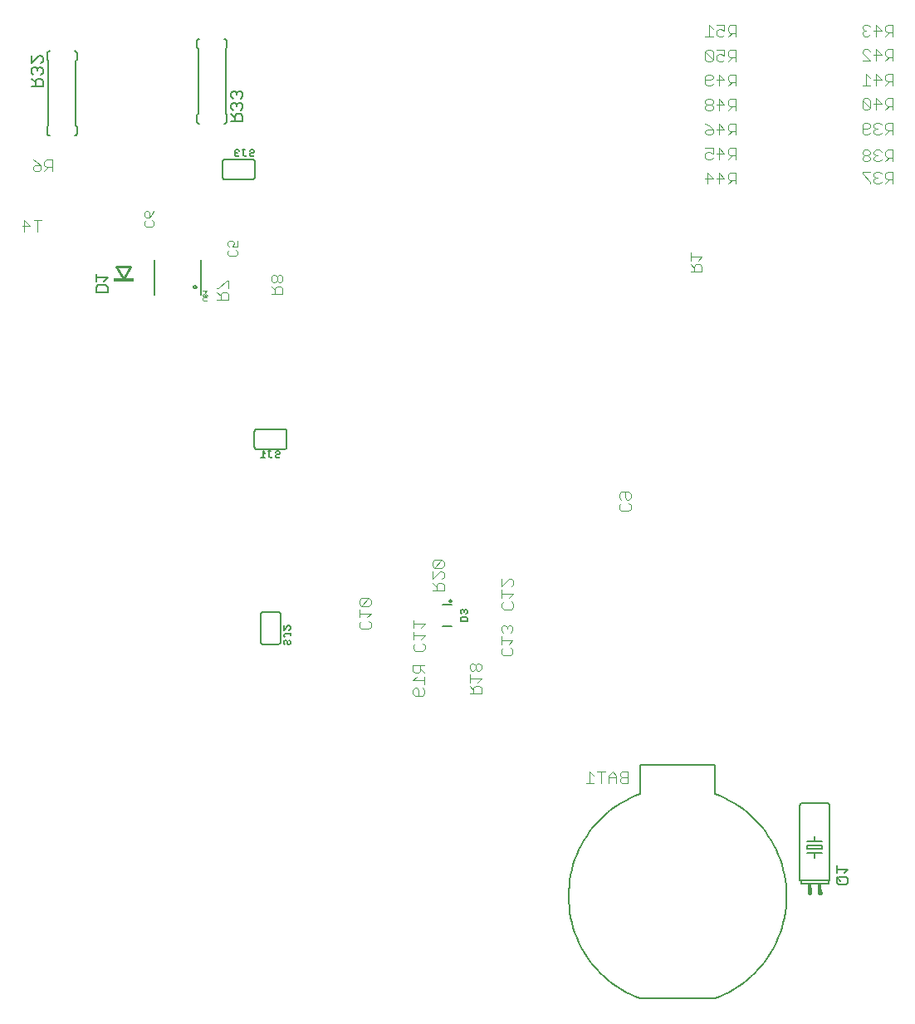
<source format=gbo>
G75*
G70*
%OFA0B0*%
%FSLAX24Y24*%
%IPPOS*%
%LPD*%
%AMOC8*
5,1,8,0,0,1.08239X$1,22.5*
%
%ADD10C,0.0060*%
%ADD11C,0.0160*%
%ADD12R,0.0160X0.0230*%
%ADD13C,0.0050*%
%ADD14C,0.0080*%
%ADD15C,0.0040*%
%ADD16C,0.0010*%
%ADD17C,0.0030*%
%ADD18C,0.0100*%
%ADD19R,0.0827X0.0118*%
D10*
X025680Y031905D02*
X025723Y031862D01*
X025680Y031905D02*
X025680Y031992D01*
X025723Y032035D01*
X025767Y032035D01*
X025810Y031992D01*
X025810Y031905D01*
X025853Y031862D01*
X025897Y031862D01*
X025940Y031905D01*
X025940Y031992D01*
X025897Y032035D01*
X025723Y032157D02*
X025680Y032200D01*
X025680Y032243D01*
X025723Y032287D01*
X025940Y032287D01*
X025940Y032330D02*
X025940Y032243D01*
X025897Y032451D02*
X025940Y032495D01*
X025940Y032581D01*
X025897Y032625D01*
X025853Y032625D01*
X025680Y032451D01*
X025680Y032625D01*
X025481Y039361D02*
X025525Y039404D01*
X025481Y039361D02*
X025395Y039361D01*
X025351Y039404D01*
X025351Y039448D01*
X025395Y039491D01*
X025481Y039491D01*
X025525Y039535D01*
X025525Y039578D01*
X025481Y039621D01*
X025395Y039621D01*
X025351Y039578D01*
X025230Y039404D02*
X025187Y039361D01*
X025143Y039361D01*
X025100Y039404D01*
X025100Y039621D01*
X025143Y039621D02*
X025057Y039621D01*
X024935Y039535D02*
X024849Y039621D01*
X024849Y039361D01*
X024935Y039361D02*
X024762Y039361D01*
X022340Y045897D02*
X022340Y047317D01*
X020480Y047317D02*
X020480Y045897D01*
X023771Y051467D02*
X023858Y051467D01*
X023901Y051511D01*
X023814Y051598D02*
X023771Y051598D01*
X023728Y051554D01*
X023728Y051511D01*
X023771Y051467D01*
X023771Y051598D02*
X023728Y051641D01*
X023728Y051684D01*
X023771Y051728D01*
X023858Y051728D01*
X023901Y051684D01*
X024022Y051728D02*
X024109Y051728D01*
X024066Y051728D02*
X024066Y051511D01*
X024109Y051467D01*
X024152Y051467D01*
X024196Y051511D01*
X024317Y051511D02*
X024360Y051467D01*
X024447Y051467D01*
X024490Y051511D01*
X024447Y051598D02*
X024360Y051598D01*
X024317Y051554D01*
X024317Y051511D01*
X024447Y051598D02*
X024490Y051641D01*
X024490Y051684D01*
X024447Y051728D01*
X024360Y051728D01*
X024317Y051684D01*
X023388Y052881D02*
X023388Y053131D01*
X023338Y053181D01*
X023338Y055781D01*
X023388Y055831D01*
X023388Y056081D01*
X023386Y056098D01*
X023382Y056115D01*
X023375Y056131D01*
X023365Y056145D01*
X023352Y056158D01*
X023338Y056168D01*
X023322Y056175D01*
X023305Y056179D01*
X023288Y056181D01*
X022288Y056181D02*
X022271Y056179D01*
X022254Y056175D01*
X022238Y056168D01*
X022224Y056158D01*
X022211Y056145D01*
X022201Y056131D01*
X022194Y056115D01*
X022190Y056098D01*
X022188Y056081D01*
X022188Y055831D01*
X022238Y055781D01*
X022238Y053181D01*
X022188Y053131D01*
X022188Y052881D01*
X022190Y052864D01*
X022194Y052847D01*
X022201Y052831D01*
X022211Y052817D01*
X022224Y052804D01*
X022238Y052794D01*
X022254Y052787D01*
X022271Y052783D01*
X022288Y052781D01*
X023288Y052781D02*
X023305Y052783D01*
X023322Y052787D01*
X023338Y052794D01*
X023352Y052804D01*
X023365Y052817D01*
X023375Y052831D01*
X023382Y052847D01*
X023386Y052864D01*
X023388Y052881D01*
X017384Y052639D02*
X017384Y052389D01*
X017382Y052372D01*
X017378Y052355D01*
X017371Y052339D01*
X017361Y052325D01*
X017348Y052312D01*
X017334Y052302D01*
X017318Y052295D01*
X017301Y052291D01*
X017284Y052289D01*
X017384Y052639D02*
X017334Y052689D01*
X017334Y055289D01*
X017384Y055339D01*
X017384Y055589D01*
X017382Y055606D01*
X017378Y055623D01*
X017371Y055639D01*
X017361Y055653D01*
X017348Y055666D01*
X017334Y055676D01*
X017318Y055683D01*
X017301Y055687D01*
X017284Y055689D01*
X016284Y055689D02*
X016267Y055687D01*
X016250Y055683D01*
X016234Y055676D01*
X016220Y055666D01*
X016207Y055653D01*
X016197Y055639D01*
X016190Y055623D01*
X016186Y055606D01*
X016184Y055589D01*
X016184Y055339D01*
X016234Y055289D01*
X016234Y052689D01*
X016184Y052639D01*
X016184Y052389D01*
X016186Y052372D01*
X016190Y052355D01*
X016197Y052339D01*
X016207Y052325D01*
X016220Y052312D01*
X016234Y052302D01*
X016250Y052295D01*
X016267Y052291D01*
X016284Y052289D01*
X032826Y033267D02*
X032782Y033224D01*
X032782Y033137D01*
X032826Y033094D01*
X032826Y032972D02*
X032999Y032972D01*
X033043Y032929D01*
X033043Y032799D01*
X032782Y032799D01*
X032782Y032929D01*
X032826Y032972D01*
X032999Y033094D02*
X033043Y033137D01*
X033043Y033224D01*
X032999Y033267D01*
X032956Y033267D01*
X032913Y033224D01*
X032869Y033267D01*
X032826Y033267D01*
X032913Y033224D02*
X032913Y033180D01*
X046400Y025407D02*
X046400Y022407D01*
X046450Y022407D01*
X047550Y022407D01*
X047600Y022407D01*
X047600Y025407D01*
X047598Y025424D01*
X047594Y025441D01*
X047587Y025457D01*
X047577Y025471D01*
X047564Y025484D01*
X047550Y025494D01*
X047534Y025501D01*
X047517Y025505D01*
X047500Y025507D01*
X046500Y025507D01*
X046483Y025505D01*
X046466Y025501D01*
X046450Y025494D01*
X046436Y025484D01*
X046423Y025471D01*
X046413Y025457D01*
X046406Y025441D01*
X046402Y025424D01*
X046400Y025407D01*
X047000Y024157D02*
X047000Y023957D01*
X046700Y023957D01*
X046700Y023807D02*
X047300Y023807D01*
X047300Y023657D01*
X046700Y023657D01*
X046700Y023807D01*
X046700Y023507D02*
X047000Y023507D01*
X047000Y023307D01*
X047000Y023507D02*
X047300Y023507D01*
X047300Y023957D02*
X047000Y023957D01*
X046450Y022407D02*
X046450Y022257D01*
X047550Y022257D01*
X047550Y022407D01*
D11*
X047200Y022007D02*
X047200Y021907D01*
X047220Y021887D01*
X046800Y021907D02*
X046800Y022057D01*
X046800Y021907D02*
X046780Y021887D01*
D12*
X046800Y022122D03*
X047200Y022122D03*
D13*
X047874Y022310D02*
X047949Y022235D01*
X048249Y022235D01*
X048324Y022310D01*
X048324Y022460D01*
X048249Y022535D01*
X047949Y022535D01*
X047874Y022460D01*
X047874Y022310D01*
X048024Y022385D02*
X047874Y022535D01*
X047874Y022695D02*
X047874Y022995D01*
X047874Y022845D02*
X048324Y022845D01*
X048174Y022695D01*
X018612Y045986D02*
X018612Y046211D01*
X018537Y046286D01*
X018237Y046286D01*
X018162Y046211D01*
X018162Y045986D01*
X018612Y045986D01*
X018462Y046446D02*
X018612Y046597D01*
X018162Y046597D01*
X018162Y046747D02*
X018162Y046446D01*
X023563Y052856D02*
X024013Y052856D01*
X024013Y053081D01*
X023938Y053156D01*
X023788Y053156D01*
X023713Y053081D01*
X023713Y052856D01*
X023713Y053006D02*
X023563Y053156D01*
X023638Y053316D02*
X023563Y053391D01*
X023563Y053541D01*
X023638Y053616D01*
X023713Y053616D01*
X023788Y053541D01*
X023788Y053466D01*
X023788Y053541D02*
X023863Y053616D01*
X023938Y053616D01*
X024013Y053541D01*
X024013Y053391D01*
X023938Y053316D01*
X023938Y053776D02*
X024013Y053852D01*
X024013Y054002D01*
X023938Y054077D01*
X023863Y054077D01*
X023788Y054002D01*
X023713Y054077D01*
X023638Y054077D01*
X023563Y054002D01*
X023563Y053852D01*
X023638Y053776D01*
X023788Y053927D02*
X023788Y054002D01*
X016009Y054282D02*
X016009Y054508D01*
X015934Y054583D01*
X015784Y054583D01*
X015709Y054508D01*
X015709Y054282D01*
X015559Y054282D02*
X016009Y054282D01*
X015709Y054433D02*
X015559Y054583D01*
X015634Y054743D02*
X015559Y054818D01*
X015559Y054968D01*
X015634Y055043D01*
X015709Y055043D01*
X015784Y054968D01*
X015784Y054893D01*
X015784Y054968D02*
X015859Y055043D01*
X015934Y055043D01*
X016009Y054968D01*
X016009Y054818D01*
X015934Y054743D01*
X015934Y055203D02*
X016009Y055278D01*
X016009Y055428D01*
X015934Y055503D01*
X015859Y055503D01*
X015559Y055203D01*
X015559Y055503D01*
D14*
X024850Y031882D02*
X025450Y031882D01*
X025467Y031884D01*
X025484Y031888D01*
X025500Y031895D01*
X025514Y031905D01*
X025527Y031918D01*
X025537Y031932D01*
X025544Y031948D01*
X025548Y031965D01*
X025550Y031982D01*
X025550Y033082D01*
X025548Y033099D01*
X025544Y033116D01*
X025537Y033132D01*
X025527Y033146D01*
X025514Y033159D01*
X025500Y033169D01*
X025484Y033176D01*
X025467Y033180D01*
X025450Y033182D01*
X024850Y033182D01*
X024833Y033180D01*
X024816Y033176D01*
X024800Y033169D01*
X024786Y033159D01*
X024773Y033146D01*
X024763Y033132D01*
X024756Y033116D01*
X024752Y033099D01*
X024750Y033082D01*
X024750Y031982D01*
X024752Y031965D01*
X024756Y031948D01*
X024763Y031932D01*
X024773Y031918D01*
X024786Y031905D01*
X024800Y031895D01*
X024816Y031888D01*
X024833Y031884D01*
X024850Y031882D01*
X032059Y032591D02*
X032414Y032591D01*
X032414Y033457D02*
X032059Y033457D01*
X032335Y033615D02*
X032337Y033627D01*
X032342Y033638D01*
X032351Y033647D01*
X032362Y033652D01*
X032374Y033654D01*
X032386Y033652D01*
X032397Y033647D01*
X032406Y033638D01*
X032411Y033627D01*
X032413Y033615D01*
X032411Y033603D01*
X032406Y033592D01*
X032397Y033583D01*
X032386Y033578D01*
X032374Y033576D01*
X032362Y033578D01*
X032351Y033583D01*
X032342Y033592D01*
X032337Y033603D01*
X032335Y033615D01*
X025800Y039811D02*
X025800Y040411D01*
X025798Y040428D01*
X025794Y040445D01*
X025787Y040461D01*
X025777Y040475D01*
X025764Y040488D01*
X025750Y040498D01*
X025734Y040505D01*
X025717Y040509D01*
X025700Y040511D01*
X024600Y040511D01*
X024583Y040509D01*
X024566Y040505D01*
X024550Y040498D01*
X024536Y040488D01*
X024523Y040475D01*
X024513Y040461D01*
X024506Y040445D01*
X024502Y040428D01*
X024500Y040411D01*
X024500Y039811D01*
X024502Y039794D01*
X024506Y039777D01*
X024513Y039761D01*
X024523Y039747D01*
X024536Y039734D01*
X024550Y039724D01*
X024566Y039717D01*
X024583Y039713D01*
X024600Y039711D01*
X025700Y039711D01*
X025717Y039713D01*
X025734Y039717D01*
X025750Y039724D01*
X025764Y039734D01*
X025777Y039747D01*
X025787Y039761D01*
X025794Y039777D01*
X025798Y039794D01*
X025800Y039811D01*
X022063Y046217D02*
X022065Y046232D01*
X022071Y046245D01*
X022080Y046257D01*
X022091Y046266D01*
X022105Y046272D01*
X022120Y046274D01*
X022135Y046272D01*
X022148Y046266D01*
X022160Y046257D01*
X022169Y046246D01*
X022175Y046232D01*
X022177Y046217D01*
X022175Y046202D01*
X022169Y046189D01*
X022160Y046177D01*
X022149Y046168D01*
X022135Y046162D01*
X022120Y046160D01*
X022105Y046162D01*
X022092Y046168D01*
X022080Y046177D01*
X022071Y046188D01*
X022065Y046202D01*
X022063Y046217D01*
X023320Y050537D02*
X024420Y050537D01*
X024437Y050539D01*
X024454Y050543D01*
X024470Y050550D01*
X024484Y050560D01*
X024497Y050573D01*
X024507Y050587D01*
X024514Y050603D01*
X024518Y050620D01*
X024520Y050637D01*
X024520Y051237D01*
X024518Y051254D01*
X024514Y051271D01*
X024507Y051287D01*
X024497Y051301D01*
X024484Y051314D01*
X024470Y051324D01*
X024454Y051331D01*
X024437Y051335D01*
X024420Y051337D01*
X023320Y051337D01*
X023303Y051335D01*
X023286Y051331D01*
X023270Y051324D01*
X023256Y051314D01*
X023243Y051301D01*
X023233Y051287D01*
X023226Y051271D01*
X023222Y051254D01*
X023220Y051237D01*
X023220Y050637D01*
X023222Y050620D01*
X023226Y050603D01*
X023233Y050587D01*
X023243Y050573D01*
X023256Y050560D01*
X023270Y050550D01*
X023286Y050543D01*
X023303Y050539D01*
X023320Y050537D01*
X039993Y027048D02*
X039993Y025874D01*
X039993Y027048D02*
X042985Y027048D01*
X042985Y025874D01*
X039992Y025874D02*
X039793Y025796D01*
X039599Y025708D01*
X039408Y025611D01*
X039223Y025505D01*
X039043Y025389D01*
X038869Y025266D01*
X038702Y025133D01*
X038541Y024993D01*
X038386Y024845D01*
X038240Y024690D01*
X038101Y024527D01*
X037970Y024359D01*
X037848Y024183D01*
X037734Y024003D01*
X037629Y023816D01*
X037534Y023625D01*
X037448Y023430D01*
X037371Y023230D01*
X037304Y023028D01*
X037248Y022822D01*
X037201Y022613D01*
X037165Y022403D01*
X037139Y022191D01*
X037123Y021978D01*
X037118Y021764D01*
X037123Y021550D01*
X037139Y021337D01*
X037165Y021125D01*
X037201Y020915D01*
X037248Y020706D01*
X037304Y020500D01*
X037371Y020298D01*
X037448Y020098D01*
X037534Y019903D01*
X037629Y019712D01*
X037734Y019525D01*
X037848Y019345D01*
X037970Y019169D01*
X038101Y019001D01*
X038240Y018838D01*
X038386Y018683D01*
X038541Y018535D01*
X038702Y018395D01*
X038869Y018262D01*
X039043Y018139D01*
X039223Y018023D01*
X039408Y017917D01*
X039599Y017820D01*
X039793Y017732D01*
X039992Y017654D01*
X039993Y017654D02*
X042985Y017654D01*
X043184Y017732D01*
X043378Y017820D01*
X043569Y017917D01*
X043754Y018023D01*
X043934Y018139D01*
X044108Y018262D01*
X044275Y018395D01*
X044436Y018535D01*
X044591Y018683D01*
X044737Y018838D01*
X044876Y019001D01*
X045007Y019169D01*
X045129Y019345D01*
X045243Y019525D01*
X045348Y019712D01*
X045443Y019903D01*
X045529Y020098D01*
X045606Y020298D01*
X045673Y020500D01*
X045729Y020706D01*
X045776Y020915D01*
X045812Y021125D01*
X045838Y021337D01*
X045854Y021550D01*
X045859Y021764D01*
X045854Y021978D01*
X045838Y022191D01*
X045812Y022403D01*
X045776Y022613D01*
X045729Y022822D01*
X045673Y023028D01*
X045606Y023230D01*
X045529Y023430D01*
X045443Y023625D01*
X045348Y023816D01*
X045243Y024003D01*
X045129Y024183D01*
X045007Y024359D01*
X044876Y024527D01*
X044737Y024690D01*
X044591Y024845D01*
X044436Y024993D01*
X044275Y025133D01*
X044108Y025266D01*
X043934Y025389D01*
X043754Y025505D01*
X043569Y025611D01*
X043378Y025708D01*
X043184Y025796D01*
X042985Y025874D01*
D15*
X039494Y026306D02*
X039264Y026306D01*
X039187Y026383D01*
X039187Y026459D01*
X039264Y026536D01*
X039494Y026536D01*
X039264Y026536D02*
X039187Y026613D01*
X039187Y026689D01*
X039264Y026766D01*
X039494Y026766D01*
X039494Y026306D01*
X039034Y026306D02*
X039034Y026613D01*
X038880Y026766D01*
X038727Y026613D01*
X038727Y026306D01*
X038727Y026536D02*
X039034Y026536D01*
X038573Y026766D02*
X038266Y026766D01*
X038420Y026766D02*
X038420Y026306D01*
X038113Y026306D02*
X037806Y026306D01*
X037960Y026306D02*
X037960Y026766D01*
X038113Y026613D01*
X033609Y029890D02*
X033609Y030120D01*
X033532Y030197D01*
X033379Y030197D01*
X033302Y030120D01*
X033302Y029890D01*
X033302Y030043D02*
X033149Y030197D01*
X033149Y030350D02*
X033149Y030657D01*
X033149Y030504D02*
X033609Y030504D01*
X033456Y030350D01*
X033456Y030810D02*
X033532Y030810D01*
X033609Y030887D01*
X033609Y031041D01*
X033532Y031117D01*
X033456Y031117D01*
X033379Y031041D01*
X033379Y030887D01*
X033456Y030810D01*
X033379Y030887D02*
X033302Y030810D01*
X033225Y030810D01*
X033149Y030887D01*
X033149Y031041D01*
X033225Y031117D01*
X033302Y031117D01*
X033379Y031041D01*
X034408Y031499D02*
X034485Y031422D01*
X034791Y031422D01*
X034868Y031499D01*
X034868Y031652D01*
X034791Y031729D01*
X034715Y031883D02*
X034868Y032036D01*
X034408Y032036D01*
X034408Y031883D02*
X034408Y032190D01*
X034485Y032343D02*
X034408Y032420D01*
X034408Y032573D01*
X034485Y032650D01*
X034561Y032650D01*
X034638Y032573D01*
X034638Y032497D01*
X034638Y032573D02*
X034715Y032650D01*
X034791Y032650D01*
X034868Y032573D01*
X034868Y032420D01*
X034791Y032343D01*
X034485Y031729D02*
X034408Y031652D01*
X034408Y031499D01*
X034505Y033285D02*
X034428Y033361D01*
X034428Y033515D01*
X034505Y033591D01*
X034428Y033745D02*
X034428Y034052D01*
X034428Y034205D02*
X034735Y034512D01*
X034812Y034512D01*
X034889Y034436D01*
X034889Y034282D01*
X034812Y034205D01*
X034889Y033898D02*
X034428Y033898D01*
X034428Y034205D02*
X034428Y034512D01*
X034889Y033898D02*
X034735Y033745D01*
X034812Y033591D02*
X034889Y033515D01*
X034889Y033361D01*
X034812Y033285D01*
X034505Y033285D01*
X032112Y034030D02*
X032112Y034260D01*
X032036Y034337D01*
X031882Y034337D01*
X031805Y034260D01*
X031805Y034030D01*
X031652Y034030D02*
X032112Y034030D01*
X031805Y034183D02*
X031652Y034337D01*
X031652Y034490D02*
X031959Y034797D01*
X032036Y034797D01*
X032112Y034720D01*
X032112Y034567D01*
X032036Y034490D01*
X031652Y034490D02*
X031652Y034797D01*
X031729Y034951D02*
X032036Y035257D01*
X031729Y035257D01*
X031652Y035181D01*
X031652Y035027D01*
X031729Y034951D01*
X032036Y034951D01*
X032112Y035027D01*
X032112Y035181D01*
X032036Y035257D01*
X031345Y032686D02*
X030885Y032686D01*
X030885Y032839D02*
X030885Y032532D01*
X030885Y032379D02*
X030885Y032072D01*
X030885Y032225D02*
X031345Y032225D01*
X031192Y032072D01*
X031269Y031918D02*
X031345Y031842D01*
X031345Y031688D01*
X031269Y031611D01*
X030962Y031611D01*
X030885Y031688D01*
X030885Y031842D01*
X030962Y031918D01*
X031192Y032532D02*
X031345Y032686D01*
X031324Y031040D02*
X030864Y031040D01*
X030864Y030810D01*
X030941Y030733D01*
X031094Y030733D01*
X031171Y030810D01*
X031171Y031040D01*
X031171Y030887D02*
X031324Y030733D01*
X031324Y030580D02*
X031324Y030273D01*
X031324Y030426D02*
X030864Y030426D01*
X031018Y030580D01*
X031018Y030119D02*
X031094Y030043D01*
X031094Y029813D01*
X030941Y029813D02*
X030864Y029889D01*
X030864Y030043D01*
X030941Y030119D01*
X031018Y030119D01*
X031248Y030119D02*
X031324Y030043D01*
X031324Y029889D01*
X031248Y029813D01*
X030941Y029813D01*
X033149Y029890D02*
X033609Y029890D01*
X029180Y032574D02*
X029103Y032497D01*
X028796Y032497D01*
X028720Y032574D01*
X028720Y032727D01*
X028796Y032804D01*
X028720Y032958D02*
X028720Y033264D01*
X028720Y033111D02*
X029180Y033111D01*
X029027Y032958D01*
X029103Y032804D02*
X029180Y032727D01*
X029180Y032574D01*
X029103Y033418D02*
X028796Y033418D01*
X029103Y033725D01*
X028796Y033725D01*
X028720Y033648D01*
X028720Y033495D01*
X028796Y033418D01*
X029103Y033418D02*
X029180Y033495D01*
X029180Y033648D01*
X029103Y033725D01*
X039153Y037298D02*
X039153Y037452D01*
X039229Y037529D01*
X039229Y037682D02*
X039153Y037759D01*
X039153Y037912D01*
X039229Y037989D01*
X039536Y037989D01*
X039613Y037912D01*
X039613Y037759D01*
X039536Y037682D01*
X039460Y037682D01*
X039383Y037759D01*
X039383Y037989D01*
X039536Y037529D02*
X039613Y037452D01*
X039613Y037298D01*
X039536Y037222D01*
X039229Y037222D01*
X039153Y037298D01*
X042007Y046819D02*
X042467Y046819D01*
X042467Y047049D01*
X042391Y047126D01*
X042237Y047126D01*
X042160Y047049D01*
X042160Y046819D01*
X042160Y046972D02*
X042007Y047126D01*
X042007Y047279D02*
X042007Y047586D01*
X042007Y047433D02*
X042467Y047433D01*
X042314Y047279D01*
X042678Y050353D02*
X042678Y050813D01*
X042909Y050583D01*
X042602Y050583D01*
X043062Y050583D02*
X043369Y050583D01*
X043139Y050813D01*
X043139Y050353D01*
X043522Y050353D02*
X043676Y050506D01*
X043599Y050506D02*
X043829Y050506D01*
X043829Y050353D02*
X043829Y050813D01*
X043599Y050813D01*
X043522Y050736D01*
X043522Y050583D01*
X043599Y050506D01*
X043522Y051337D02*
X043676Y051490D01*
X043599Y051490D02*
X043829Y051490D01*
X043829Y051337D02*
X043829Y051797D01*
X043599Y051797D01*
X043522Y051721D01*
X043522Y051567D01*
X043599Y051490D01*
X043369Y051567D02*
X043139Y051797D01*
X043139Y051337D01*
X043062Y051567D02*
X043369Y051567D01*
X042909Y051567D02*
X042755Y051644D01*
X042678Y051644D01*
X042602Y051567D01*
X042602Y051414D01*
X042678Y051337D01*
X042832Y051337D01*
X042909Y051414D01*
X042909Y051567D02*
X042909Y051797D01*
X042602Y051797D01*
X042678Y052321D02*
X042602Y052398D01*
X042602Y052475D01*
X042678Y052551D01*
X042909Y052551D01*
X042909Y052398D01*
X042832Y052321D01*
X042678Y052321D01*
X042909Y052551D02*
X042755Y052705D01*
X042602Y052782D01*
X043062Y052551D02*
X043369Y052551D01*
X043139Y052782D01*
X043139Y052321D01*
X043522Y052321D02*
X043676Y052475D01*
X043599Y052475D02*
X043829Y052475D01*
X043829Y052321D02*
X043829Y052782D01*
X043599Y052782D01*
X043522Y052705D01*
X043522Y052551D01*
X043599Y052475D01*
X043522Y053305D02*
X043676Y053459D01*
X043599Y053459D02*
X043829Y053459D01*
X043829Y053305D02*
X043829Y053766D01*
X043599Y053766D01*
X043522Y053689D01*
X043522Y053536D01*
X043599Y053459D01*
X043369Y053536D02*
X043062Y053536D01*
X042909Y053612D02*
X042909Y053689D01*
X042832Y053766D01*
X042678Y053766D01*
X042602Y053689D01*
X042602Y053612D01*
X042678Y053536D01*
X042832Y053536D01*
X042909Y053612D01*
X042832Y053536D02*
X042909Y053459D01*
X042909Y053382D01*
X042832Y053305D01*
X042678Y053305D01*
X042602Y053382D01*
X042602Y053459D01*
X042678Y053536D01*
X043139Y053305D02*
X043139Y053766D01*
X043369Y053536D01*
X043522Y054290D02*
X043676Y054443D01*
X043599Y054443D02*
X043829Y054443D01*
X043829Y054290D02*
X043829Y054750D01*
X043599Y054750D01*
X043522Y054673D01*
X043522Y054520D01*
X043599Y054443D01*
X043369Y054520D02*
X043139Y054750D01*
X043139Y054290D01*
X043062Y054520D02*
X043369Y054520D01*
X042909Y054597D02*
X042909Y054673D01*
X042832Y054750D01*
X042678Y054750D01*
X042602Y054673D01*
X042602Y054366D01*
X042678Y054290D01*
X042832Y054290D01*
X042909Y054366D01*
X042832Y054520D02*
X042602Y054520D01*
X042832Y054520D02*
X042909Y054597D01*
X042832Y055274D02*
X042909Y055351D01*
X042602Y055658D01*
X042602Y055351D01*
X042678Y055274D01*
X042832Y055274D01*
X042909Y055351D02*
X042909Y055658D01*
X042832Y055734D01*
X042678Y055734D01*
X042602Y055658D01*
X043062Y055734D02*
X043369Y055734D01*
X043369Y055504D01*
X043215Y055581D01*
X043139Y055581D01*
X043062Y055504D01*
X043062Y055351D01*
X043139Y055274D01*
X043292Y055274D01*
X043369Y055351D01*
X043522Y055274D02*
X043676Y055427D01*
X043599Y055427D02*
X043829Y055427D01*
X043829Y055274D02*
X043829Y055734D01*
X043599Y055734D01*
X043522Y055658D01*
X043522Y055504D01*
X043599Y055427D01*
X043522Y056258D02*
X043676Y056412D01*
X043599Y056412D02*
X043829Y056412D01*
X043829Y056258D02*
X043829Y056719D01*
X043599Y056719D01*
X043522Y056642D01*
X043522Y056488D01*
X043599Y056412D01*
X043369Y056488D02*
X043215Y056565D01*
X043139Y056565D01*
X043062Y056488D01*
X043062Y056335D01*
X043139Y056258D01*
X043292Y056258D01*
X043369Y056335D01*
X043369Y056488D02*
X043369Y056719D01*
X043062Y056719D01*
X042909Y056565D02*
X042755Y056719D01*
X042755Y056258D01*
X042602Y056258D02*
X042909Y056258D01*
X048907Y056355D02*
X048984Y056279D01*
X049137Y056279D01*
X049214Y056355D01*
X049367Y056509D02*
X049674Y056509D01*
X049444Y056739D01*
X049444Y056279D01*
X049828Y056279D02*
X049981Y056432D01*
X049905Y056432D02*
X050135Y056432D01*
X050135Y056279D02*
X050135Y056739D01*
X049905Y056739D01*
X049828Y056662D01*
X049828Y056509D01*
X049905Y056432D01*
X049905Y055755D02*
X049828Y055678D01*
X049828Y055525D01*
X049905Y055448D01*
X050135Y055448D01*
X050135Y055294D02*
X050135Y055755D01*
X049905Y055755D01*
X049981Y055448D02*
X049828Y055294D01*
X049674Y055525D02*
X049367Y055525D01*
X049214Y055678D02*
X049137Y055755D01*
X048984Y055755D01*
X048907Y055678D01*
X048907Y055601D01*
X049214Y055294D01*
X048907Y055294D01*
X049444Y055294D02*
X049444Y055755D01*
X049674Y055525D01*
X049444Y054771D02*
X049674Y054540D01*
X049367Y054540D01*
X049214Y054617D02*
X049060Y054771D01*
X049060Y054310D01*
X048907Y054310D02*
X049214Y054310D01*
X049444Y054310D02*
X049444Y054771D01*
X049828Y054694D02*
X049828Y054540D01*
X049905Y054464D01*
X050135Y054464D01*
X049981Y054464D02*
X049828Y054310D01*
X050135Y054310D02*
X050135Y054771D01*
X049905Y054771D01*
X049828Y054694D01*
X049905Y053786D02*
X049828Y053710D01*
X049828Y053556D01*
X049905Y053479D01*
X050135Y053479D01*
X050135Y053326D02*
X050135Y053786D01*
X049905Y053786D01*
X049981Y053479D02*
X049828Y053326D01*
X049674Y053556D02*
X049367Y053556D01*
X049214Y053403D02*
X048907Y053710D01*
X048907Y053403D01*
X048984Y053326D01*
X049137Y053326D01*
X049214Y053403D01*
X049214Y053710D01*
X049137Y053786D01*
X048984Y053786D01*
X048907Y053710D01*
X049444Y053786D02*
X049444Y053326D01*
X049674Y053556D02*
X049444Y053786D01*
X049444Y052802D02*
X049367Y052725D01*
X049367Y052649D01*
X049444Y052572D01*
X049367Y052495D01*
X049367Y052418D01*
X049444Y052342D01*
X049598Y052342D01*
X049674Y052418D01*
X049828Y052342D02*
X049981Y052495D01*
X049905Y052495D02*
X050135Y052495D01*
X050135Y052342D02*
X050135Y052802D01*
X049905Y052802D01*
X049828Y052725D01*
X049828Y052572D01*
X049905Y052495D01*
X049674Y052725D02*
X049598Y052802D01*
X049444Y052802D01*
X049444Y052572D02*
X049521Y052572D01*
X049214Y052649D02*
X049137Y052572D01*
X048907Y052572D01*
X048907Y052725D02*
X048984Y052802D01*
X049137Y052802D01*
X049214Y052725D01*
X049214Y052649D01*
X049214Y052418D02*
X049137Y052342D01*
X048984Y052342D01*
X048907Y052418D01*
X048907Y052725D01*
X048984Y051719D02*
X048907Y051643D01*
X048907Y051566D01*
X048984Y051489D01*
X049137Y051489D01*
X049214Y051566D01*
X049214Y051643D01*
X049137Y051719D01*
X048984Y051719D01*
X048984Y051489D02*
X048907Y051412D01*
X048907Y051336D01*
X048984Y051259D01*
X049137Y051259D01*
X049214Y051336D01*
X049214Y051412D01*
X049137Y051489D01*
X049367Y051412D02*
X049367Y051336D01*
X049444Y051259D01*
X049598Y051259D01*
X049674Y051336D01*
X049828Y051259D02*
X049981Y051412D01*
X049905Y051412D02*
X050135Y051412D01*
X050135Y051259D02*
X050135Y051719D01*
X049905Y051719D01*
X049828Y051643D01*
X049828Y051489D01*
X049905Y051412D01*
X049674Y051643D02*
X049598Y051719D01*
X049444Y051719D01*
X049367Y051643D01*
X049367Y051566D01*
X049444Y051489D01*
X049367Y051412D01*
X049444Y051489D02*
X049521Y051489D01*
X049598Y050834D02*
X049444Y050834D01*
X049367Y050757D01*
X049367Y050680D01*
X049444Y050603D01*
X049367Y050527D01*
X049367Y050450D01*
X049444Y050373D01*
X049598Y050373D01*
X049674Y050450D01*
X049828Y050373D02*
X049981Y050527D01*
X049905Y050527D02*
X050135Y050527D01*
X050135Y050373D02*
X050135Y050834D01*
X049905Y050834D01*
X049828Y050757D01*
X049828Y050603D01*
X049905Y050527D01*
X049674Y050757D02*
X049598Y050834D01*
X049521Y050603D02*
X049444Y050603D01*
X049214Y050450D02*
X049214Y050373D01*
X049214Y050450D02*
X048907Y050757D01*
X048907Y050834D01*
X049214Y050834D01*
X048907Y056355D02*
X048907Y056432D01*
X048984Y056509D01*
X049060Y056509D01*
X048984Y056509D02*
X048907Y056586D01*
X048907Y056662D01*
X048984Y056739D01*
X049137Y056739D01*
X049214Y056662D01*
X025637Y046624D02*
X025560Y046700D01*
X025483Y046700D01*
X025406Y046624D01*
X025406Y046470D01*
X025483Y046393D01*
X025560Y046393D01*
X025637Y046470D01*
X025637Y046624D01*
X025406Y046624D02*
X025330Y046700D01*
X025253Y046700D01*
X025176Y046624D01*
X025176Y046470D01*
X025253Y046393D01*
X025330Y046393D01*
X025406Y046470D01*
X025406Y046240D02*
X025330Y046163D01*
X025330Y045933D01*
X025330Y046086D02*
X025176Y046240D01*
X025406Y046240D02*
X025560Y046240D01*
X025637Y046163D01*
X025637Y045933D01*
X025176Y045933D01*
X023451Y045941D02*
X023374Y046018D01*
X023221Y046018D01*
X023144Y045941D01*
X023144Y045711D01*
X023144Y045864D02*
X022990Y046018D01*
X022990Y046171D02*
X023067Y046171D01*
X023374Y046478D01*
X023451Y046478D01*
X023451Y046171D01*
X023451Y045941D02*
X023451Y045711D01*
X022990Y045711D01*
X016375Y050865D02*
X016375Y051326D01*
X016145Y051326D01*
X016068Y051249D01*
X016068Y051095D01*
X016145Y051019D01*
X016375Y051019D01*
X016221Y051019D02*
X016068Y050865D01*
X015914Y050942D02*
X015838Y050865D01*
X015684Y050865D01*
X015608Y050942D01*
X015608Y051019D01*
X015684Y051095D01*
X015914Y051095D01*
X015914Y050942D01*
X015914Y051095D02*
X015761Y051249D01*
X015608Y051326D01*
X015643Y048888D02*
X015950Y048888D01*
X015797Y048888D02*
X015797Y048428D01*
X015490Y048658D02*
X015260Y048888D01*
X015260Y048428D01*
X015183Y048658D02*
X015490Y048658D01*
D16*
X022436Y046055D02*
X022586Y046055D01*
X022511Y045980D01*
X022511Y046080D01*
X022486Y045933D02*
X022511Y045908D01*
X022511Y045858D01*
X022536Y045833D01*
X022561Y045833D01*
X022586Y045858D01*
X022586Y045908D01*
X022561Y045933D01*
X022611Y045883D02*
X022411Y045883D01*
X022436Y045908D02*
X022461Y045933D01*
X022486Y045933D01*
X022436Y045908D02*
X022436Y045858D01*
X022461Y045833D01*
X022461Y045786D02*
X022586Y045786D01*
X022586Y045685D02*
X022461Y045685D01*
X022436Y045710D01*
X022436Y045761D01*
X022461Y045786D01*
D17*
X023498Y047460D02*
X023436Y047522D01*
X023436Y047645D01*
X023498Y047707D01*
X023498Y047828D02*
X023436Y047890D01*
X023436Y048013D01*
X023498Y048075D01*
X023621Y048075D01*
X023683Y048013D01*
X023683Y047952D01*
X023621Y047828D01*
X023807Y047828D01*
X023807Y048075D01*
X023745Y047707D02*
X023807Y047645D01*
X023807Y047522D01*
X023745Y047460D01*
X023498Y047460D01*
X020460Y048703D02*
X020398Y048641D01*
X020152Y048641D01*
X020090Y048703D01*
X020090Y048826D01*
X020152Y048888D01*
X020152Y049009D02*
X020090Y049071D01*
X020090Y049194D01*
X020152Y049256D01*
X020213Y049256D01*
X020275Y049194D01*
X020275Y049009D01*
X020152Y049009D01*
X020275Y049009D02*
X020398Y049133D01*
X020460Y049256D01*
X020398Y048888D02*
X020460Y048826D01*
X020460Y048703D01*
D18*
X019520Y047020D02*
X018969Y047020D01*
X019244Y046528D01*
X019520Y047020D01*
D19*
X019244Y046508D03*
M02*

</source>
